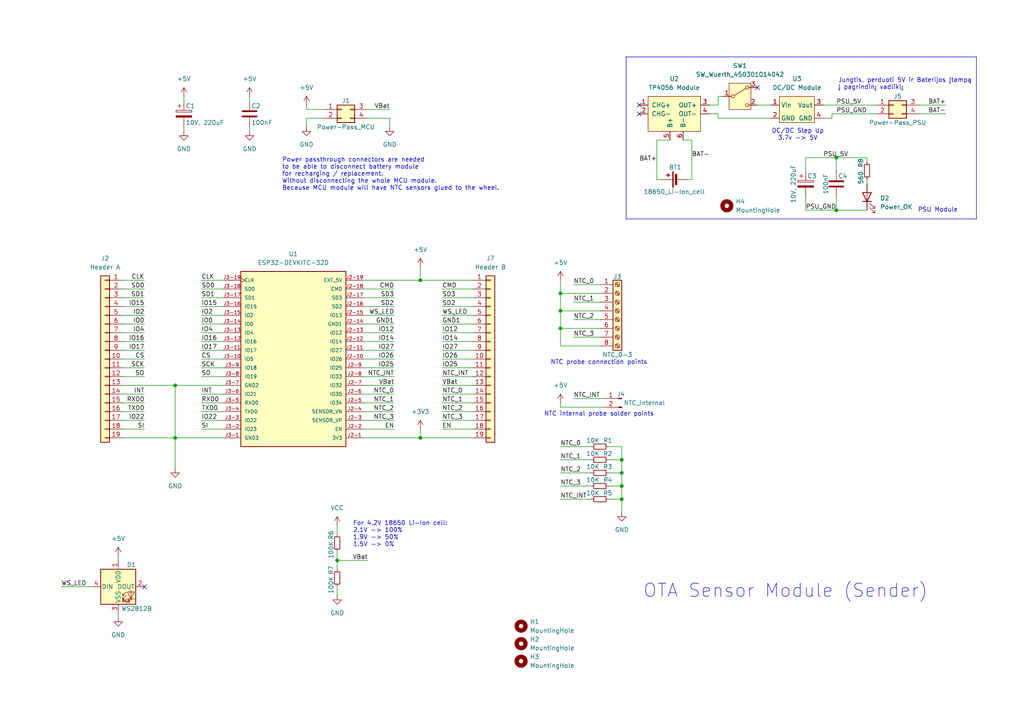
<source format=kicad_sch>
(kicad_sch (version 20231120) (generator "eeschema") (generator_version "8.0")
  (paper "A4")
  (lib_symbols
    (symbol "Connector:Conn_01x02_Pin" (pin_names (offset 1.016) hide)
      (property "Reference" "J" (at 0 2.54 0))
      (property "Value" "Conn_01x02_Pin" (at 0 -5.08 0))
      (symbol "Conn_01x02_Pin_1_1"
        (polyline (pts (xy 1.27 -2.54) (xy 0.8636 -2.54)) (stroke (width 0.1524)))
        (polyline (pts (xy 1.27 0) (xy 0.8636 0)) (stroke (width 0.1524)))
        (rectangle (start 0.8636 -2.413) (end 0 -2.667) (stroke (width 0.1524)) (fill (type outline)))
        (rectangle (start 0.8636 0.127) (end 0 -0.127) (stroke (width 0.1524)) (fill (type outline)))
        (pin passive line (at 5.08 0 180) (length 3.81) (name "Pin_1") (number "1"))
        (pin passive line (at 5.08 -2.54 180) (length 3.81) (name "Pin_2") (number "2"))
      )
    )
    (symbol "Connector:Screw_Terminal_01x08" (pin_names (offset 1.016) hide)
      (property "Reference" "J" (at 0 10.16 0))
      (property "Value" "Screw_Terminal_01x08" (at 0 -12.7 0))
      (symbol "Screw_Terminal_01x08_1_1"
        (rectangle (start -1.27 8.89) (end 1.27 -11.43) (stroke (width 0.254)) (fill (type background)))
        (circle (center 0 -10.16) (radius 0.635) (stroke (width 0.1524)))
        (circle (center 0 -7.62) (radius 0.635) (stroke (width 0.1524)))
        (circle (center 0 -5.08) (radius 0.635) (stroke (width 0.1524)))
        (circle (center 0 -2.54) (radius 0.635) (stroke (width 0.1524)))
        (polyline (pts (xy -0.5334 -9.8298) (xy 0.3302 -10.668)) (stroke (width 0.1524)))
        (polyline (pts (xy -0.5334 -7.2898) (xy 0.3302 -8.128)) (stroke (width 0.1524)))
        (polyline (pts (xy -0.5334 -4.7498) (xy 0.3302 -5.588)) (stroke (width 0.1524)))
        (polyline (pts (xy -0.5334 -2.2098) (xy 0.3302 -3.048)) (stroke (width 0.1524)))
        (polyline (pts (xy -0.5334 0.3302) (xy 0.3302 -0.508)) (stroke (width 0.1524)))
        (polyline (pts (xy -0.5334 2.8702) (xy 0.3302 2.032)) (stroke (width 0.1524)))
        (polyline (pts (xy -0.5334 5.4102) (xy 0.3302 4.572)) (stroke (width 0.1524)))
        (polyline (pts (xy -0.5334 7.9502) (xy 0.3302 7.112)) (stroke (width 0.1524)))
        (polyline (pts (xy -0.3556 -9.652) (xy 0.508 -10.4902)) (stroke (width 0.1524)))
        (polyline (pts (xy -0.3556 -7.112) (xy 0.508 -7.9502)) (stroke (width 0.1524)))
        (polyline (pts (xy -0.3556 -4.572) (xy 0.508 -5.4102)) (stroke (width 0.1524)))
        (polyline (pts (xy -0.3556 -2.032) (xy 0.508 -2.8702)) (stroke (width 0.1524)))
        (polyline (pts (xy -0.3556 0.508) (xy 0.508 -0.3302)) (stroke (width 0.1524)))
        (polyline (pts (xy -0.3556 3.048) (xy 0.508 2.2098)) (stroke (width 0.1524)))
        (polyline (pts (xy -0.3556 5.588) (xy 0.508 4.7498)) (stroke (width 0.1524)))
        (polyline (pts (xy -0.3556 8.128) (xy 0.508 7.2898)) (stroke (width 0.1524)))
        (circle (center 0 0) (radius 0.635) (stroke (width 0.1524)))
        (circle (center 0 2.54) (radius 0.635) (stroke (width 0.1524)))
        (circle (center 0 5.08) (radius 0.635) (stroke (width 0.1524)))
        (circle (center 0 7.62) (radius 0.635) (stroke (width 0.1524)))
        (pin passive line (at -5.08 7.62 0) (length 3.81) (name "Pin_1") (number "1"))
        (pin passive line (at -5.08 5.08 0) (length 3.81) (name "Pin_2") (number "2"))
        (pin passive line (at -5.08 2.54 0) (length 3.81) (name "Pin_3") (number "3"))
        (pin passive line (at -5.08 0 0) (length 3.81) (name "Pin_4") (number "4"))
        (pin passive line (at -5.08 -2.54 0) (length 3.81) (name "Pin_5") (number "5"))
        (pin passive line (at -5.08 -5.08 0) (length 3.81) (name "Pin_6") (number "6"))
        (pin passive line (at -5.08 -7.62 0) (length 3.81) (name "Pin_7") (number "7"))
        (pin passive line (at -5.08 -10.16 0) (length 3.81) (name "Pin_8") (number "8"))
      )
    )
    (symbol "Connector_Generic:Conn_01x19" (pin_names (offset 1.016) hide)
      (property "Reference" "J" (at 0 25.4 0))
      (property "Value" "Conn_01x19" (at 0 -25.4 0))
      (symbol "Conn_01x19_1_1"
        (rectangle (start -1.27 -22.733) (end 0 -22.987) (stroke (width 0.1524)))
        (rectangle (start -1.27 -20.193) (end 0 -20.447) (stroke (width 0.1524)))
        (rectangle (start -1.27 -17.653) (end 0 -17.907) (stroke (width 0.1524)))
        (rectangle (start -1.27 -15.113) (end 0 -15.367) (stroke (width 0.1524)))
        (rectangle (start -1.27 -12.573) (end 0 -12.827) (stroke (width 0.1524)))
        (rectangle (start -1.27 -10.033) (end 0 -10.287) (stroke (width 0.1524)))
        (rectangle (start -1.27 -7.493) (end 0 -7.747) (stroke (width 0.1524)))
        (rectangle (start -1.27 -4.953) (end 0 -5.207) (stroke (width 0.1524)))
        (rectangle (start -1.27 -2.413) (end 0 -2.667) (stroke (width 0.1524)))
        (rectangle (start -1.27 0.127) (end 0 -0.127) (stroke (width 0.1524)))
        (rectangle (start -1.27 2.667) (end 0 2.413) (stroke (width 0.1524)))
        (rectangle (start -1.27 5.207) (end 0 4.953) (stroke (width 0.1524)))
        (rectangle (start -1.27 7.747) (end 0 7.493) (stroke (width 0.1524)))
        (rectangle (start -1.27 10.287) (end 0 10.033) (stroke (width 0.1524)))
        (rectangle (start -1.27 12.827) (end 0 12.573) (stroke (width 0.1524)))
        (rectangle (start -1.27 15.367) (end 0 15.113) (stroke (width 0.1524)))
        (rectangle (start -1.27 17.907) (end 0 17.653) (stroke (width 0.1524)))
        (rectangle (start -1.27 20.447) (end 0 20.193) (stroke (width 0.1524)))
        (rectangle (start -1.27 22.987) (end 0 22.733) (stroke (width 0.1524)))
        (rectangle (start -1.27 24.13) (end 1.27 -24.13) (stroke (width 0.254)) (fill (type background)))
        (pin passive line (at -5.08 22.86 0) (length 3.81) (name "Pin_1") (number "1"))
        (pin passive line (at -5.08 0 0) (length 3.81) (name "Pin_10") (number "10"))
        (pin passive line (at -5.08 -2.54 0) (length 3.81) (name "Pin_11") (number "11"))
        (pin passive line (at -5.08 -5.08 0) (length 3.81) (name "Pin_12") (number "12"))
        (pin passive line (at -5.08 -7.62 0) (length 3.81) (name "Pin_13") (number "13"))
        (pin passive line (at -5.08 -10.16 0) (length 3.81) (name "Pin_14") (number "14"))
        (pin passive line (at -5.08 -12.7 0) (length 3.81) (name "Pin_15") (number "15"))
        (pin passive line (at -5.08 -15.24 0) (length 3.81) (name "Pin_16") (number "16"))
        (pin passive line (at -5.08 -17.78 0) (length 3.81) (name "Pin_17") (number "17"))
        (pin passive line (at -5.08 -20.32 0) (length 3.81) (name "Pin_18") (number "18"))
        (pin passive line (at -5.08 -22.86 0) (length 3.81) (name "Pin_19") (number "19"))
        (pin passive line (at -5.08 20.32 0) (length 3.81) (name "Pin_2") (number "2"))
        (pin passive line (at -5.08 17.78 0) (length 3.81) (name "Pin_3") (number "3"))
        (pin passive line (at -5.08 15.24 0) (length 3.81) (name "Pin_4") (number "4"))
        (pin passive line (at -5.08 12.7 0) (length 3.81) (name "Pin_5") (number "5"))
        (pin passive line (at -5.08 10.16 0) (length 3.81) (name "Pin_6") (number "6"))
        (pin passive line (at -5.08 7.62 0) (length 3.81) (name "Pin_7") (number "7"))
        (pin passive line (at -5.08 5.08 0) (length 3.81) (name "Pin_8") (number "8"))
        (pin passive line (at -5.08 2.54 0) (length 3.81) (name "Pin_9") (number "9"))
      )
    )
    (symbol "Connector_Generic:Conn_02x02_Top_Bottom" (pin_names (offset 1.016) hide)
      (property "Reference" "J" (at 1.27 2.54 0))
      (property "Value" "Conn_02x02_Top_Bottom" (at 1.27 -5.08 0))
      (symbol "Conn_02x02_Top_Bottom_1_1"
        (rectangle (start -1.27 -2.413) (end 0 -2.667) (stroke (width 0.1524)))
        (rectangle (start -1.27 0.127) (end 0 -0.127) (stroke (width 0.1524)))
        (rectangle (start -1.27 1.27) (end 3.81 -3.81) (stroke (width 0.254)) (fill (type background)))
        (rectangle (start 3.81 -2.413) (end 2.54 -2.667) (stroke (width 0.1524)))
        (rectangle (start 3.81 0.127) (end 2.54 -0.127) (stroke (width 0.1524)))
        (pin passive line (at -5.08 0 0) (length 3.81) (name "Pin_1") (number "1"))
        (pin passive line (at -5.08 -2.54 0) (length 3.81) (name "Pin_2") (number "2"))
        (pin passive line (at 7.62 0 180) (length 3.81) (name "Pin_3") (number "3"))
        (pin passive line (at 7.62 -2.54 180) (length 3.81) (name "Pin_4") (number "4"))
      )
    )
    (symbol "Device:Battery_Cell" (pin_numbers hide) (pin_names (offset 0) hide)
      (property "Reference" "BT" (at 2.54 2.54 0))
      (property "Value" "Battery_Cell" (at 2.54 0 0))
      (symbol "Battery_Cell_0_1"
        (rectangle (start -2.286 1.778) (end 2.286 1.524) (fill (type outline)))
        (rectangle (start -1.524 1.016) (end 1.524 0.508) (fill (type outline)))
        (polyline (pts (xy 0 0.762) (xy 0 0)))
        (polyline (pts (xy 0 1.778) (xy 0 2.54)))
        (polyline (pts (xy 0.762 3.048) (xy 1.778 3.048)) (stroke (width 0.254)))
        (polyline (pts (xy 1.27 3.556) (xy 1.27 2.54)) (stroke (width 0.254)))
      )
      (symbol "Battery_Cell_1_1"
        (pin passive line (at 0 5.08 270) (length 2.54) (name "+") (number "1"))
        (pin passive line (at 0 -2.54 90) (length 2.54) (name "-") (number "2"))
      )
    )
    (symbol "Device:C" (pin_numbers hide) (pin_names (offset 0.254))
      (property "Reference" "C" (at 0.635 2.54 0))
      (property "Value" "C" (at 0.635 -2.54 0))
      (symbol "C_0_1"
        (polyline (pts (xy -2.032 -0.762) (xy 2.032 -0.762)) (stroke (width 0.508)))
        (polyline (pts (xy -2.032 0.762) (xy 2.032 0.762)) (stroke (width 0.508)))
      )
      (symbol "C_1_1"
        (pin passive line (at 0 3.81 270) (length 2.794) (name "~") (number "1"))
        (pin passive line (at 0 -3.81 90) (length 2.794) (name "~") (number "2"))
      )
    )
    (symbol "Device:C_Polarized" (pin_numbers hide) (pin_names (offset 0.254))
      (property "Reference" "C" (at 0.635 2.54 0))
      (property "Value" "C_Polarized" (at 0.635 -2.54 0))
      (symbol "C_Polarized_0_1"
        (rectangle (start -2.286 0.508) (end 2.286 1.016))
        (polyline (pts (xy -1.778 2.286) (xy -0.762 2.286)))
        (polyline (pts (xy -1.27 2.794) (xy -1.27 1.778)))
        (rectangle (start 2.286 -0.508) (end -2.286 -1.016) (fill (type outline)))
      )
      (symbol "C_Polarized_1_1"
        (pin passive line (at 0 3.81 270) (length 2.794) (name "~") (number "1"))
        (pin passive line (at 0 -3.81 90) (length 2.794) (name "~") (number "2"))
      )
    )
    (symbol "Device:LED" (pin_numbers hide) (pin_names (offset 1.016) hide)
      (property "Reference" "D" (at 0 2.54 0))
      (property "Value" "LED" (at 0 -2.54 0))
      (symbol "LED_0_1"
        (polyline (pts (xy -1.27 -1.27) (xy -1.27 1.27)) (stroke (width 0.254)))
        (polyline (pts (xy -1.27 0) (xy 1.27 0)))
        (polyline (pts (xy 1.27 -1.27) (xy 1.27 1.27) (xy -1.27 0) (xy 1.27 -1.27)) (stroke (width 0.254)))
        (polyline (pts (xy -3.048 -0.762) (xy -4.572 -2.286) (xy -3.81 -2.286) (xy -4.572 -2.286) (xy -4.572 -1.524)))
        (polyline (pts (xy -1.778 -0.762) (xy -3.302 -2.286) (xy -2.54 -2.286) (xy -3.302 -2.286) (xy -3.302 -1.524)))
      )
      (symbol "LED_1_1"
        (pin passive line (at -3.81 0 0) (length 2.54) (name "K") (number "1"))
        (pin passive line (at 3.81 0 180) (length 2.54) (name "A") (number "2"))
      )
    )
    (symbol "Device:R_Small" (pin_numbers hide) (pin_names (offset 0.254) hide)
      (property "Reference" "R" (at 0.762 0.508 0))
      (property "Value" "R_Small" (at 0.762 -1.016 0))
      (symbol "R_Small_0_1"
        (rectangle (start -0.762 1.778) (end 0.762 -1.778) (stroke (width 0.2032)))
      )
      (symbol "R_Small_1_1"
        (pin passive line (at 0 2.54 270) (length 0.762) (name "~") (number "1"))
        (pin passive line (at 0 -2.54 90) (length 0.762) (name "~") (number "2"))
      )
    )
    (symbol "LED:WS2812B" (pin_names (offset 0.254))
      (property "Reference" "D" (at 5.08 5.715 0))
      (property "Value" "WS2812B" (at 1.27 -5.715 0))
      (symbol "WS2812B_0_0"
        (text "RGB" (at 2.286 -4.191 0) (effects (font (size 0.762 0.762))))
      )
      (symbol "WS2812B_0_1"
        (polyline (pts (xy 1.27 -3.556) (xy 1.778 -3.556)))
        (polyline (pts (xy 1.27 -2.54) (xy 1.778 -2.54)))
        (polyline (pts (xy 4.699 -3.556) (xy 2.667 -3.556)))
        (polyline (pts (xy 2.286 -2.54) (xy 1.27 -3.556) (xy 1.27 -3.048)))
        (polyline (pts (xy 2.286 -1.524) (xy 1.27 -2.54) (xy 1.27 -2.032)))
        (polyline (pts (xy 3.683 -1.016) (xy 3.683 -3.556) (xy 3.683 -4.064)))
        (polyline (pts (xy 4.699 -1.524) (xy 2.667 -1.524) (xy 3.683 -3.556) (xy 4.699 -1.524)))
        (rectangle (start 5.08 5.08) (end -5.08 -5.08) (stroke (width 0.254)) (fill (type background)))
      )
      (symbol "WS2812B_1_1"
        (pin power_in line (at 0 7.62 270) (length 2.54) (name "VDD") (number "1"))
        (pin output line (at 7.62 0 180) (length 2.54) (name "DOUT") (number "2"))
        (pin power_in line (at 0 -7.62 90) (length 2.54) (name "VSS") (number "3"))
        (pin input line (at -7.62 0 0) (length 2.54) (name "DIN") (number "4"))
      )
    )
    (symbol "Mechanical:MountingHole" (pin_names (offset 1.016))
      (property "Reference" "H" (at 0 5.08 0))
      (property "Value" "MountingHole" (at 0 3.175 0))
      (symbol "MountingHole_0_1"
        (circle (center 0 0) (radius 1.27) (stroke (width 1.27)))
      )
    )
    (symbol "Switch:SW_Wuerth_450301014042" (pin_names (offset 1) hide)
      (property "Reference" "SW" (at 0 5.08 0))
      (property "Value" "SW_Wuerth_450301014042" (at 0 -5.08 0))
      (symbol "SW_Wuerth_450301014042_0_1"
        (circle (center -2.032 0) (radius 0.4572))
        (polyline (pts (xy -1.651 0.254) (xy 1.651 2.286)))
        (circle (center 2.032 -2.54) (radius 0.4572))
        (circle (center 2.032 2.54) (radius 0.4572))
      )
      (symbol "SW_Wuerth_450301014042_1_1"
        (rectangle (start -3.175 3.81) (end 3.175 -3.81) (fill (type background)))
        (pin passive line (at -5.08 0 0) (length 2.54) (name "B") (number "1"))
        (pin passive line (at 5.08 -2.54 180) (length 2.54) (name "C") (number "2"))
        (pin passive line (at 5.08 2.54 180) (length 2.54) (name "A") (number "3"))
      )
    )
    (symbol "local_lib:DC-StepUp"
      (property "Reference" "U" (at 1.016 4.826 0))
      (property "Value" "3.3V->5V" (at 0 0 0))
      (symbol "DC-StepUp_1_1"
        (rectangle (start -5.08 3.81) (end 5.08 -3.81) (fill (type background)))
        (pin power_in line (at -7.62 1.27 0) (length 2.54) (name "Vin") (number "1"))
        (pin power_in line (at -7.62 -2.54 0) (length 2.54) (name "GND") (number "2"))
        (pin power_out line (at 7.62 1.27 180) (length 2.54) (name "Vout") (number "3"))
        (pin power_out line (at 7.62 -2.54 180) (length 2.54) (name "GND") (number "4"))
      )
    )
    (symbol "local_lib:ESP32-DEVKITC-32D" (pin_names (offset 1.016))
      (property "Reference" "U" (at -15.2572 26.0643 0))
      (property "Value" "ESP32-DEVKITC-32D" (at -15.2563 -27.9698 0))
      (symbol "ESP32-DEVKITC-32D_0_0"
        (rectangle (start -15.24 -25.4) (end 15.24 25.4) (stroke (width 0.254)) (fill (type background)))
        (pin power_in line (at -20.32 22.86 0) (length 5.08) (name "3V3") (number "J2-1"))
        (pin bidirectional line (at -20.32 0 0) (length 5.08) (name "IO26") (number "J2-10"))
        (pin bidirectional line (at -20.32 -2.54 0) (length 5.08) (name "IO27") (number "J2-11"))
        (pin bidirectional line (at -20.32 -5.08 0) (length 5.08) (name "IO14") (number "J2-12"))
        (pin bidirectional line (at -20.32 -7.62 0) (length 5.08) (name "IO12") (number "J2-13"))
        (pin power_in line (at -20.32 -10.16 0) (length 5.08) (name "GND1") (number "J2-14"))
        (pin bidirectional line (at -20.32 -12.7 0) (length 5.08) (name "IO13") (number "J2-15"))
        (pin bidirectional line (at -20.32 -15.24 0) (length 5.08) (name "SD2") (number "J2-16"))
        (pin bidirectional line (at -20.32 -17.78 0) (length 5.08) (name "SD3") (number "J2-17"))
        (pin bidirectional line (at -20.32 -20.32 0) (length 5.08) (name "CMD") (number "J2-18"))
        (pin power_in line (at -20.32 -22.86 0) (length 5.08) (name "EXT_5V") (number "J2-19"))
        (pin input line (at -20.32 20.32 0) (length 5.08) (name "EN") (number "J2-2"))
        (pin input line (at -20.32 17.78 0) (length 5.08) (name "SENSOR_VP") (number "J2-3"))
        (pin input line (at -20.32 15.24 0) (length 5.08) (name "SENSOR_VN") (number "J2-4"))
        (pin bidirectional line (at -20.32 12.7 0) (length 5.08) (name "IO34") (number "J2-5"))
        (pin bidirectional line (at -20.32 10.16 0) (length 5.08) (name "IO35") (number "J2-6"))
        (pin bidirectional line (at -20.32 7.62 0) (length 5.08) (name "IO32") (number "J2-7"))
        (pin bidirectional line (at -20.32 5.08 0) (length 5.08) (name "IO33") (number "J2-8"))
        (pin bidirectional line (at -20.32 2.54 0) (length 5.08) (name "IO25") (number "J2-9"))
        (pin power_in line (at 20.32 22.86 180) (length 5.08) (name "GND3") (number "J3-1"))
        (pin bidirectional line (at 20.32 0 180) (length 5.08) (name "IO5") (number "J3-10"))
        (pin bidirectional line (at 20.32 -2.54 180) (length 5.08) (name "IO17") (number "J3-11"))
        (pin bidirectional line (at 20.32 -5.08 180) (length 5.08) (name "IO16") (number "J3-12"))
        (pin bidirectional line (at 20.32 -7.62 180) (length 5.08) (name "IO4") (number "J3-13"))
        (pin bidirectional line (at 20.32 -10.16 180) (length 5.08) (name "IO0") (number "J3-14"))
        (pin bidirectional line (at 20.32 -12.7 180) (length 5.08) (name "IO2") (number "J3-15"))
        (pin bidirectional line (at 20.32 -15.24 180) (length 5.08) (name "IO15") (number "J3-16"))
        (pin bidirectional line (at 20.32 -17.78 180) (length 5.08) (name "SD1") (number "J3-17"))
        (pin bidirectional line (at 20.32 -20.32 180) (length 5.08) (name "SD0") (number "J3-18"))
        (pin input clock (at 20.32 -22.86 180) (length 5.08) (name "CLK") (number "J3-19"))
        (pin bidirectional line (at 20.32 20.32 180) (length 5.08) (name "IO23") (number "J3-2"))
        (pin bidirectional line (at 20.32 17.78 180) (length 5.08) (name "IO22") (number "J3-3"))
        (pin output line (at 20.32 15.24 180) (length 5.08) (name "TXD0") (number "J3-4"))
        (pin input line (at 20.32 12.7 180) (length 5.08) (name "RXD0") (number "J3-5"))
        (pin bidirectional line (at 20.32 10.16 180) (length 5.08) (name "IO21") (number "J3-6"))
        (pin power_in line (at 20.32 7.62 180) (length 5.08) (name "GND2") (number "J3-7"))
        (pin bidirectional line (at 20.32 5.08 180) (length 5.08) (name "IO19") (number "J3-8"))
        (pin bidirectional line (at 20.32 2.54 180) (length 5.08) (name "IO18") (number "J3-9"))
      )
    )
    (symbol "local_lib:TP4056" (pin_names (offset 1.016))
      (property "Reference" "U" (at -6.35 0 0))
      (property "Value" "TP4056" (at 3.81 0 0))
      (symbol "TP4056_0_1"
        (rectangle (start -7.62 -1.27) (end 7.62 -11.43) (fill (type background)))
      )
      (symbol "TP4056_1_1"
        (pin power_in line (at -10.16 -3.81 0) (length 2.54) (name "CHG+") (number "1"))
        (pin power_in line (at -10.16 -6.35 0) (length 2.54) (name "CHG-") (number "2"))
        (pin power_out line (at 10.16 -3.81 180) (length 2.54) (name "OUT+") (number "3"))
        (pin power_out line (at 10.16 -6.35 180) (length 2.54) (name "OUT-") (number "4"))
        (pin power_in line (at -1.27 -13.97 90) (length 2.54) (name "B+") (number "5"))
        (pin power_in line (at 2.54 -13.97 90) (length 2.54) (name "B-") (number "6"))
      )
    )
    (symbol "power:+3V3" (power) (pin_numbers hide) (pin_names (offset 0) hide)
      (property "Value" "+3V3" (at 0 3.556 0))
      (symbol "+3V3_0_1"
        (polyline (pts (xy -0.762 1.27) (xy 0 2.54)))
        (polyline (pts (xy 0 0) (xy 0 2.54)))
        (polyline (pts (xy 0 2.54) (xy 0.762 1.27)))
      )
      (symbol "+3V3_1_1"
        (pin power_in line (at 0 0 90) (length 0) (name "~") (number "1"))
      )
    )
    (symbol "power:+5V" (power) (pin_numbers hide) (pin_names (offset 0) hide)
      (property "Value" "+5V" (at 0 3.556 0))
      (symbol "+5V_0_1"
        (polyline (pts (xy -0.762 1.27) (xy 0 2.54)))
        (polyline (pts (xy 0 0) (xy 0 2.54)))
        (polyline (pts (xy 0 2.54) (xy 0.762 1.27)))
      )
      (symbol "+5V_1_1"
        (pin power_in line (at 0 0 90) (length 0) (name "~") (number "1"))
      )
    )
    (symbol "power:GND" (power) (pin_numbers hide) (pin_names (offset 0) hide)
      (property "Value" "GND" (at 0 -3.81 0))
      (symbol "GND_0_1"
        (polyline (pts (xy 0 0) (xy 0 -1.27) (xy 1.27 -1.27) (xy 0 -2.54) (xy -1.27 -1.27) (xy 0 -1.27)))
      )
      (symbol "GND_1_1"
        (pin power_in line (at 0 0 270) (length 0) (name "~") (number "1"))
      )
    )
    (symbol "power:VCC" (power) (pin_numbers hide) (pin_names (offset 0) hide)
      (property "Value" "VCC" (at 0 3.556 0))
      (symbol "VCC_0_1"
        (polyline (pts (xy -0.762 1.27) (xy 0 2.54)))
        (polyline (pts (xy 0 0) (xy 0 2.54)))
        (polyline (pts (xy 0 2.54) (xy 0.762 1.27)))
      )
      (symbol "VCC_1_1"
        (pin power_in line (at 0 0 90) (length 0) (name "~") (number "1"))
      )
    )
  )
  (junction (at 242.57 45.72))
  (junction (at 50.8 111.76))
  (junction (at 50.8 127))
  (junction (at 97.79 162.56))
  (junction (at 180.34 133.35))
  (junction (at 180.34 144.78))
  (junction (at 162.56 85.09))
  (junction (at 242.57 60.96))
  (junction (at 162.56 95.25))
  (junction (at 180.34 137.16))
  (junction (at 162.56 90.17))
  (junction (at 121.92 81.28))
  (junction (at 180.34 140.97))
  (junction (at 121.92 127))
  (no_connect (at 219.71 25.4))
  (no_connect (at 185.42 30.48))
  (no_connect (at 185.42 33.02))
  (no_connect (at 41.91 170.18))
  (wire (pts (xy 50.8 111.76) (xy 50.8 127)))
  (wire (pts (xy 173.99 95.25) (xy 162.56 95.25)))
  (wire (pts (xy 208.28 33.02) (xy 208.28 34.29)))
  (wire (pts (xy 105.41 86.36) (xy 114.3 86.36)))
  (wire (pts (xy 180.34 129.54) (xy 180.34 133.35)))
  (wire (pts (xy 242.57 60.96) (xy 251.46 60.96)))
  (wire (pts (xy 180.34 144.78) (xy 176.53 144.78)))
  (wire (pts (xy 105.41 99.06) (xy 114.3 99.06)))
  (wire (pts (xy 166.37 115.57) (xy 175.26 115.57)))
  (wire (pts (xy 64.77 121.92) (xy 58.42 121.92)))
  (wire (pts (xy 137.16 96.52) (xy 128.27 96.52)))
  (wire (pts (xy 242.57 57.15) (xy 242.57 60.96)))
  (wire (pts (xy 251.46 52.07) (xy 251.46 53.34)))
  (wire (pts (xy 162.56 95.25) (xy 162.56 90.17)))
  (wire (pts (xy 35.56 111.76) (xy 50.8 111.76)))
  (wire (pts (xy 35.56 99.06) (xy 41.91 99.06)))
  (wire (pts (xy 105.41 121.92) (xy 114.3 121.92)))
  (wire (pts (xy 93.98 34.29) (xy 88.9 34.29)))
  (wire (pts (xy 199.39 52.07) (xy 200.66 52.07)))
  (wire (pts (xy 72.39 27.94) (xy 72.39 29.21)))
  (wire (pts (xy 137.16 101.6) (xy 128.27 101.6)))
  (wire (pts (xy 162.56 144.78) (xy 171.45 144.78)))
  (wire (pts (xy 190.5 40.64) (xy 194.31 40.64)))
  (wire (pts (xy 162.56 100.33) (xy 162.56 95.25)))
  (wire (pts (xy 173.99 90.17) (xy 162.56 90.17)))
  (wire (pts (xy 208.28 34.29) (xy 223.52 34.29)))
  (wire (pts (xy 162.56 118.11) (xy 175.26 118.11)))
  (wire (pts (xy 35.56 86.36) (xy 41.91 86.36)))
  (wire (pts (xy 180.34 144.78) (xy 180.34 148.59)))
  (wire (pts (xy 209.55 27.94) (xy 208.28 27.94)))
  (wire (pts (xy 219.71 30.48) (xy 223.52 30.48)))
  (wire (pts (xy 251.46 45.72) (xy 242.57 45.72)))
  (wire (pts (xy 105.41 88.9) (xy 114.3 88.9)))
  (wire (pts (xy 58.42 104.14) (xy 64.77 104.14)))
  (wire (pts (xy 180.34 137.16) (xy 176.53 137.16)))
  (wire (pts (xy 105.41 81.28) (xy 121.92 81.28)))
  (wire (pts (xy 166.37 87.63) (xy 173.99 87.63)))
  (wire (pts (xy 97.79 162.56) (xy 97.79 165.1)))
  (wire (pts (xy 64.77 83.82) (xy 58.42 83.82)))
  (wire (pts (xy 35.56 121.92) (xy 41.91 121.92)))
  (wire (pts (xy 58.42 109.22) (xy 64.77 109.22)))
  (wire (pts (xy 58.42 106.68) (xy 64.77 106.68)))
  (wire (pts (xy 121.92 127) (xy 137.16 127)))
  (wire (pts (xy 137.16 109.22) (xy 128.27 109.22)))
  (wire (pts (xy 35.56 88.9) (xy 41.91 88.9)))
  (wire (pts (xy 64.77 81.28) (xy 58.42 81.28)))
  (wire (pts (xy 180.34 140.97) (xy 176.53 140.97)))
  (wire (pts (xy 35.56 81.28) (xy 41.91 81.28)))
  (wire (pts (xy 137.16 88.9) (xy 128.27 88.9)))
  (wire (pts (xy 137.16 86.36) (xy 128.27 86.36)))
  (wire (pts (xy 105.41 124.46) (xy 114.3 124.46)))
  (polyline (pts (xy 181.61 63.5) (xy 283.21 63.5)))
  (wire (pts (xy 35.56 127) (xy 50.8 127)))
  (wire (pts (xy 251.46 46.99) (xy 251.46 45.72)))
  (wire (pts (xy 105.41 111.76) (xy 114.3 111.76)))
  (wire (pts (xy 93.98 31.75) (xy 88.9 31.75)))
  (wire (pts (xy 166.37 92.71) (xy 173.99 92.71)))
  (wire (pts (xy 88.9 31.75) (xy 88.9 30.48)))
  (wire (pts (xy 173.99 100.33) (xy 162.56 100.33)))
  (wire (pts (xy 64.77 116.84) (xy 58.42 116.84)))
  (wire (pts (xy 35.56 91.44) (xy 41.91 91.44)))
  (wire (pts (xy 35.56 83.82) (xy 41.91 83.82)))
  (wire (pts (xy 64.77 93.98) (xy 58.42 93.98)))
  (wire (pts (xy 266.7 33.02) (xy 274.32 33.02)))
  (wire (pts (xy 53.34 27.94) (xy 53.34 29.21)))
  (wire (pts (xy 105.41 101.6) (xy 114.3 101.6)))
  (wire (pts (xy 97.79 160.02) (xy 97.79 162.56)))
  (wire (pts (xy 50.8 127) (xy 64.77 127)))
  (wire (pts (xy 97.79 170.18) (xy 97.79 172.72)))
  (wire (pts (xy 241.3 34.29) (xy 241.3 33.02)))
  (wire (pts (xy 64.77 99.06) (xy 58.42 99.06)))
  (wire (pts (xy 266.7 30.48) (xy 274.32 30.48)))
  (wire (pts (xy 162.56 90.17) (xy 162.56 85.09)))
  (wire (pts (xy 35.56 116.84) (xy 41.91 116.84)))
  (wire (pts (xy 121.92 81.28) (xy 137.16 81.28)))
  (wire (pts (xy 105.41 127) (xy 121.92 127)))
  (wire (pts (xy 17.78 170.18) (xy 26.67 170.18)))
  (wire (pts (xy 105.41 83.82) (xy 114.3 83.82)))
  (polyline (pts (xy 283.21 63.5) (xy 283.21 16.51)))
  (wire (pts (xy 208.28 30.48) (xy 205.74 30.48)))
  (wire (pts (xy 64.77 86.36) (xy 58.42 86.36)))
  (wire (pts (xy 162.56 129.54) (xy 171.45 129.54)))
  (wire (pts (xy 34.29 161.29) (xy 34.29 162.56)))
  (wire (pts (xy 35.56 93.98) (xy 41.91 93.98)))
  (wire (pts (xy 121.92 124.46) (xy 121.92 127)))
  (wire (pts (xy 180.34 129.54) (xy 176.53 129.54)))
  (wire (pts (xy 113.03 34.29) (xy 106.68 34.29)))
  (wire (pts (xy 200.66 52.07) (xy 200.66 40.64)))
  (wire (pts (xy 137.16 114.3) (xy 128.27 114.3)))
  (wire (pts (xy 58.42 114.3) (xy 64.77 114.3)))
  (wire (pts (xy 35.56 119.38) (xy 41.91 119.38)))
  (wire (pts (xy 105.41 104.14) (xy 114.3 104.14)))
  (wire (pts (xy 238.76 30.48) (xy 254 30.48)))
  (wire (pts (xy 58.42 124.46) (xy 64.77 124.46)))
  (wire (pts (xy 137.16 121.92) (xy 128.27 121.92)))
  (wire (pts (xy 166.37 82.55) (xy 173.99 82.55)))
  (wire (pts (xy 137.16 104.14) (xy 128.27 104.14)))
  (wire (pts (xy 121.92 77.47) (xy 121.92 81.28)))
  (wire (pts (xy 137.16 106.68) (xy 128.27 106.68)))
  (wire (pts (xy 242.57 45.72) (xy 233.68 45.72)))
  (wire (pts (xy 35.56 101.6) (xy 41.91 101.6)))
  (wire (pts (xy 64.77 91.44) (xy 58.42 91.44)))
  (wire (pts (xy 72.39 36.83) (xy 72.39 38.1)))
  (wire (pts (xy 137.16 119.38) (xy 128.27 119.38)))
  (wire (pts (xy 242.57 60.96) (xy 233.68 60.96)))
  (wire (pts (xy 233.68 57.15) (xy 233.68 60.96)))
  (wire (pts (xy 137.16 91.44) (xy 128.27 91.44)))
  (wire (pts (xy 162.56 85.09) (xy 162.56 81.28)))
  (wire (pts (xy 113.03 36.83) (xy 113.03 34.29)))
  (wire (pts (xy 137.16 116.84) (xy 128.27 116.84)))
  (wire (pts (xy 241.3 33.02) (xy 254 33.02)))
  (wire (pts (xy 137.16 99.06) (xy 128.27 99.06)))
  (wire (pts (xy 137.16 124.46) (xy 128.27 124.46)))
  (wire (pts (xy 191.77 52.07) (xy 190.5 52.07)))
  (wire (pts (xy 190.5 52.07) (xy 190.5 40.64)))
  (wire (pts (xy 105.41 119.38) (xy 114.3 119.38)))
  (wire (pts (xy 64.77 96.52) (xy 58.42 96.52)))
  (wire (pts (xy 166.37 97.79) (xy 173.99 97.79)))
  (wire (pts (xy 53.34 36.83) (xy 53.34 38.1)))
  (wire (pts (xy 162.56 133.35) (xy 171.45 133.35)))
  (wire (pts (xy 180.34 133.35) (xy 176.53 133.35)))
  (wire (pts (xy 137.16 93.98) (xy 128.27 93.98)))
  (wire (pts (xy 50.8 111.76) (xy 64.77 111.76)))
  (wire (pts (xy 180.34 137.16) (xy 180.34 140.97)))
  (wire (pts (xy 88.9 34.29) (xy 88.9 36.83)))
  (wire (pts (xy 200.66 40.64) (xy 198.12 40.64)))
  (wire (pts (xy 64.77 101.6) (xy 58.42 101.6)))
  (wire (pts (xy 34.29 177.8) (xy 34.29 179.07)))
  (wire (pts (xy 50.8 127) (xy 50.8 135.89)))
  (wire (pts (xy 41.91 104.14) (xy 35.56 104.14)))
  (wire (pts (xy 97.79 152.4) (xy 97.79 154.94)))
  (polyline (pts (xy 181.61 16.51) (xy 283.21 16.51)))
  (wire (pts (xy 208.28 27.94) (xy 208.28 30.48)))
  (wire (pts (xy 64.77 119.38) (xy 58.42 119.38)))
  (wire (pts (xy 162.56 116.84) (xy 162.56 118.11)))
  (wire (pts (xy 64.77 88.9) (xy 58.42 88.9)))
  (wire (pts (xy 137.16 83.82) (xy 128.27 83.82)))
  (wire (pts (xy 105.41 93.98) (xy 114.3 93.98)))
  (polyline (pts (xy 181.61 16.51) (xy 181.61 63.5)))
  (wire (pts (xy 105.41 106.68) (xy 114.3 106.68)))
  (wire (pts (xy 35.56 124.46) (xy 41.91 124.46)))
  (wire (pts (xy 162.56 140.97) (xy 171.45 140.97)))
  (wire (pts (xy 205.74 33.02) (xy 208.28 33.02)))
  (wire (pts (xy 35.56 96.52) (xy 41.91 96.52)))
  (wire (pts (xy 105.41 116.84) (xy 114.3 116.84)))
  (wire (pts (xy 233.68 45.72) (xy 233.68 49.53)))
  (wire (pts (xy 180.34 144.78) (xy 180.34 140.97)))
  (wire (pts (xy 105.41 109.22) (xy 114.3 109.22)))
  (wire (pts (xy 137.16 111.76) (xy 128.27 111.76)))
  (wire (pts (xy 105.41 96.52) (xy 114.3 96.52)))
  (wire (pts (xy 41.91 106.68) (xy 35.56 106.68)))
  (wire (pts (xy 162.56 137.16) (xy 171.45 137.16)))
  (wire (pts (xy 41.91 114.3) (xy 35.56 114.3)))
  (wire (pts (xy 97.79 162.56) (xy 106.68 162.56)))
  (wire (pts (xy 105.41 114.3) (xy 114.3 114.3)))
  (wire (pts (xy 238.76 34.29) (xy 241.3 34.29)))
  (wire (pts (xy 173.99 85.09) (xy 162.56 85.09)))
  (wire (pts (xy 242.57 45.72) (xy 242.57 49.53)))
  (wire (pts (xy 180.34 133.35) (xy 180.34 137.16)))
  (wire (pts (xy 41.91 109.22) (xy 35.56 109.22)))
  (wire (pts (xy 105.41 91.44) (xy 114.3 91.44)))
  (wire (pts (xy 106.68 31.75) (xy 113.03 31.75)))
  (text "Jungtis, perduoti 5V ir Baterijos Įtampą\nĮ pagrindinį vadliklį" (at 243.078 24.384 0) (effects (font (size 1.27 1.27)) (justify left)))
  (text "PSU Module" (at 272.034 60.96 0) (effects (font (size 1.27 1.27))))
  (text "DC/DC Step Up\n3.7v -> 5V" (at 231.394 39.116 0) (effects (font (size 1.27 1.27))))
  (text "NTC probe connection points" (at 173.736 105.156 0) (effects (font (size 1.27 1.27))))
  (text "NTC internal probe solder points" (at 173.736 120.142 0) (effects (font (size 1.27 1.27))))
  (text "Power passthrough connectors are needed\nto be able to disconnect battery module\nfor recharging / replacement.\nWithout disconnecting the whole MCU module.\nBecause MCU module will have NTC sensors glued to the wheel." (at 81.788 50.546 0) (effects (font (size 1.27 1.27)) (justify left)))
  (text "For 4.2V 18650 Li-Ion cell:\n2.1V -> 100%\n1.9V -> 50%\n1.5V -> 0%" (at 102.362 154.94 0) (effects (font (size 1.27 1.27)) (justify left)))
  (text "OTA Sensor Module (Sender)" (at 227.838 171.45 0) (effects (font (size 3.81 3.81))))
  (label "PSU_GND" (at 233.68 60.96 0))
  (label "SD3" (at 114.3 86.36 180))
  (label "NTC_0" (at 162.56 129.54 0))
  (label "VBat" (at 113.03 31.75 180))
  (label "CMD" (at 114.3 83.82 180))
  (label "IO22" (at 41.91 121.92 180))
  (label "BAT-" (at 274.32 33.02 180))
  (label "IO22" (at 58.42 121.92 0))
  (label "NTC_INT" (at 162.56 144.78 0))
  (label "NTC_INT" (at 114.3 109.22 180))
  (label "CS" (at 58.42 104.14 0))
  (label "IO12" (at 128.27 96.52 0))
  (label "IO14" (at 114.3 99.06 180))
  (label "CS" (at 41.91 104.14 180))
  (label "SD2" (at 128.27 88.9 0))
  (label "NTC_3" (at 114.3 121.92 180))
  (label "NTC_1" (at 166.37 87.63 0))
  (label "SD1" (at 58.42 86.36 0))
  (label "SI" (at 58.42 124.46 0))
  (label "SCK" (at 41.91 106.68 180))
  (label "GND1" (at 128.27 93.98 0))
  (label "NTC_2" (at 162.56 137.16 0))
  (label "SD2" (at 114.3 88.9 180))
  (label "NTC_INT" (at 166.37 115.57 0))
  (label "IO27" (at 114.3 101.6 180))
  (label "IO15" (at 41.91 88.9 180))
  (label "BAT+" (at 190.5 46.99 180))
  (label "EN" (at 128.27 124.46 0))
  (label "CLK" (at 58.42 81.28 0))
  (label "IO0" (at 58.42 93.98 0))
  (label "NTC_0" (at 128.27 114.3 0))
  (label "BAT+" (at 274.32 30.48 180))
  (label "NTC_2" (at 128.27 119.38 0))
  (label "TXD0" (at 58.42 119.38 0))
  (label "VBat" (at 114.3 111.76 180))
  (label "RXD0" (at 58.42 116.84 0))
  (label "SO" (at 41.91 109.22 180))
  (label "IO26" (at 128.27 104.14 0))
  (label "IO0" (at 41.91 93.98 180))
  (label "IO25" (at 128.27 106.68 0))
  (label "IO17" (at 58.42 101.6 0))
  (label "WS_LED" (at 128.27 91.44 0))
  (label "SD3" (at 128.27 86.36 0))
  (label "PSU_5V" (at 238.76 45.72 0))
  (label "NTC_0" (at 114.3 114.3 180))
  (label "INT" (at 58.42 114.3 0))
  (label "CMD" (at 128.27 83.82 0))
  (label "IO12" (at 114.3 96.52 180))
  (label "NTC_1" (at 162.56 133.35 0))
  (label "GND1" (at 114.3 93.98 180))
  (label "SI" (at 41.91 124.46 180))
  (label "NTC_1" (at 128.27 116.84 0))
  (label "SO" (at 58.42 109.22 0))
  (label "IO4" (at 58.42 96.52 0))
  (label "SD1" (at 41.91 86.36 180))
  (label "IO16" (at 58.42 99.06 0))
  (label "SCK" (at 58.42 106.68 0))
  (label "IO2" (at 58.42 91.44 0))
  (label "WS_LED" (at 114.3 91.44 180))
  (label "IO4" (at 41.91 96.52 180))
  (label "NTC_2" (at 166.37 92.71 0))
  (label "NTC_3" (at 128.27 121.92 0))
  (label "NTC_0" (at 166.37 82.55 0))
  (label "CLK" (at 41.91 81.28 180))
  (label "WS_LED" (at 17.78 170.18 0))
  (label "INT" (at 41.91 114.3 180))
  (label "IO26" (at 114.3 104.14 180))
  (label "RXD0" (at 41.91 116.84 180))
  (label "NTC_1" (at 114.3 116.84 180))
  (label "NTC_3" (at 162.56 140.97 0))
  (label "NTC_INT" (at 128.27 109.22 0))
  (label "EN" (at 114.3 124.46 180))
  (label "IO15" (at 58.42 88.9 0))
  (label "VBat" (at 106.68 162.56 180))
  (label "IO27" (at 128.27 101.6 0))
  (label "IO14" (at 128.27 99.06 0))
  (label "SD0" (at 58.42 83.82 0))
  (label "TXD0" (at 41.91 119.38 180))
  (label "PSU_GND" (at 242.57 33.02 0))
  (label "NTC_2" (at 114.3 119.38 180))
  (label "IO2" (at 41.91 91.44 180))
  (label "PSU_5V" (at 242.57 30.48 0))
  (label "IO25" (at 114.3 106.68 180))
  (label "SD0" (at 41.91 83.82 180))
  (label "IO16" (at 41.91 99.06 180))
  (label "VBat" (at 128.27 111.76 0))
  (label "BAT-" (at 200.66 45.72 0))
  (label "NTC_3" (at 166.37 97.79 0))
  (label "IO17" (at 41.91 101.6 180))
  (symbol (lib_id "power:VCC") (at 97.79 152.4 0) (unit 1)
    (property "Reference" "#PWR05" (effects (hide yes)))
    (property "Value" "VCC" (at 97.79 147.32 0))
    (property "Description" "Power symbol creates a global label with name \"VCC\"" (effects (hide yes)))
  )
  (symbol (lib_id "local_lib:TP4056") (at 195.58 26.67 0) (unit 1)
    (property "Reference" "U2" (at 195.58 22.86 0))
    (property "Value" "TP4056 Module" (at 195.58 25.4 0))
    (property "Footprint" "local_lib:TP4056-Module" (effects (hide yes)))
    (property "Description" "Li-Ion 1-cell battery protection IC" (effects (hide yes)))
  )
  (symbol (lib_id "power:GND") (at 97.79 172.72 0) (unit 1)
    (property "Reference" "#PWR03" (effects (hide yes)))
    (property "Value" "GND" (at 97.79 177.8 0))
    (property "Description" "Power symbol creates a global label with name \"GND\" , ground" (effects (hide yes)))
  )
  (symbol (lib_id "power:GND") (at 34.29 179.07 0) (unit 1)
    (property "Reference" "#PWR011" (effects (hide yes)))
    (property "Value" "GND" (at 34.29 184.15 0))
    (property "Description" "Power symbol creates a global label with name \"GND\" , ground" (effects (hide yes)))
  )
  (symbol (lib_id "Device:R_Small") (at 173.99 133.35 90) (unit 1)
    (property "Reference" "R2" (at 176.276 131.572 90))
    (property "Value" "10K" (at 171.958 131.572 90))
    (property "Footprint" "Resistor_THT:R_Axial_DIN0207_L6.3mm_D2.5mm_P10.16mm_Horizontal" (effects (hide yes)))
    (property "Description" "Resistor, small symbol" (effects (hide yes)))
  )
  (symbol (lib_id "Connector_Generic:Conn_02x02_Top_Bottom") (at 259.08 30.48 0) (unit 1)
    (property "Reference" "J5" (at 260.35 27.94 0))
    (property "Value" "Power-Pass_PSU" (at 260.35 35.56 0))
    (property "Footprint" "Connector_Molex:Molex_Mini-Fit_Jr_5569-04A2_2x02_P4.20mm_Horizontal" (effects (hide yes)))
    (property "Description" "Generic connector, double row, 02x02, top/bottom pin numbering scheme (row 1: 1...pins_per_row, row2: pins_per_row+1 ... num_pins), script generated (kicad-library-utils/schlib/autogen/connector/)" (effects (hide yes)))
  )
  (symbol (lib_id "Device:R_Small") (at 173.99 129.54 90) (unit 1)
    (property "Reference" "R1" (at 176.276 127.762 90))
    (property "Value" "10K" (at 171.958 127.762 90))
    (property "Footprint" "Resistor_THT:R_Axial_DIN0207_L6.3mm_D2.5mm_P10.16mm_Horizontal" (effects (hide yes)))
    (property "Description" "Resistor, small symbol" (effects (hide yes)))
  )
  (symbol (lib_id "Device:C") (at 72.39 33.02 0) (unit 1)
    (property "Reference" "C2" (at 72.898 30.734 0) (effects (justify left)))
    (property "Value" "100nF" (at 72.898 35.56 0) (effects (justify left)))
    (property "Footprint" "Capacitor_THT:C_Disc_D3.8mm_W2.6mm_P2.50mm" (effects (hide yes)))
    (property "Description" "Unpolarized capacitor" (effects (hide yes)))
  )
  (symbol (lib_id "Connector:Conn_01x02_Pin") (at 180.34 115.57 0) (mirror y) (unit 1)
    (property "Reference" "J4" (at 180.086 114.3 0))
    (property "Value" "NTC_Internal	" (at 191.008 116.84 0))
    (property "Footprint" "Connector_PinHeader_2.54mm:PinHeader_1x02_P2.54mm_Vertical" (effects (hide yes)))
    (property "Description" "Generic connector, single row, 01x02, script generated" (effects (hide yes)))
  )
  (symbol (lib_id "power:GND") (at 53.34 38.1 0) (unit 1)
    (property "Reference" "#PWR07" (effects (hide yes)))
    (property "Value" "GND" (at 53.34 43.18 0))
    (property "Description" "Power symbol creates a global label with name \"GND\" , ground" (effects (hide yes)))
  )
  (symbol (lib_id "power:GND") (at 113.03 36.83 0) (unit 1)
    (property "Reference" "#PWR014" (effects (hide yes)))
    (property "Value" "GND" (at 113.03 41.91 0))
    (property "Description" "Power symbol creates a global label with name \"GND\" , ground" (effects (hide yes)))
  )
  (symbol (lib_id "power:+3V3") (at 121.92 124.46 0) (unit 1)
    (property "Reference" "#PWR01" (effects (hide yes)))
    (property "Value" "+3V3" (at 121.92 119.38 0))
    (property "Description" "Power symbol creates a global label with name \"+3V3\"" (effects (hide yes)))
  )
  (symbol (lib_id "power:GND") (at 88.9 36.83 0) (unit 1)
    (property "Reference" "#PWR013" (effects (hide yes)))
    (property "Value" "GND" (at 88.9 41.91 0))
    (property "Description" "Power symbol creates a global label with name \"GND\" , ground" (effects (hide yes)))
  )
  (symbol (lib_id "Device:LED") (at 251.46 57.15 90) (unit 1)
    (property "Reference" "D2" (at 255.27 57.4674 90) (effects (justify right)))
    (property "Value" "Power_OK" (at 255.27 60.0074 90) (effects (justify right)))
    (property "Footprint" "LED_THT:LED_D5.0mm" (effects (hide yes)))
    (property "Description" "Light emitting diode" (effects (hide yes)))
  )
  (symbol (lib_id "Device:R_Small") (at 173.99 140.97 90) (unit 1)
    (property "Reference" "R4" (at 176.276 139.192 90))
    (property "Value" "10K" (at 171.958 139.192 90))
    (property "Footprint" "Resistor_THT:R_Axial_DIN0207_L6.3mm_D2.5mm_P10.16mm_Horizontal" (effects (hide yes)))
    (property "Description" "Resistor, small symbol" (effects (hide yes)))
  )
  (symbol (lib_id "power:+5V") (at 34.29 161.29 0) (unit 1)
    (property "Reference" "#PWR010" (effects (hide yes)))
    (property "Value" "+5V" (at 34.29 156.21 0))
    (property "Description" "Power symbol creates a global label with name \"+5V\"" (effects (hide yes)))
  )
  (symbol (lib_id "power:GND") (at 72.39 38.1 0) (unit 1)
    (property "Reference" "#PWR09" (effects (hide yes)))
    (property "Value" "GND" (at 72.39 43.18 0))
    (property "Description" "Power symbol creates a global label with name \"GND\" , ground" (effects (hide yes)))
  )
  (symbol (lib_id "Device:C_Polarized") (at 233.68 53.34 0) (unit 1)
    (property "Reference" "C3" (at 234.188 51.054 0) (effects (justify left)))
    (property "Value" "10V, 220uF" (at 230.124 58.928 90) (effects (justify left)))
    (property "Footprint" "Capacitor_THT:CP_Radial_D6.3mm_P2.50mm" (effects (hide yes)))
    (property "Datasheet" "https://www.we-online.com/components/products/datasheet/860020273009.pdf" (effects (hide yes)))
    (property "Description" "Polarized capacitor" (effects (hide yes)))
    (property "Part No" "860020273009" (effects (hide yes)))
  )
  (symbol (lib_id "power:+5V") (at 72.39 27.94 0) (unit 1)
    (property "Reference" "#PWR08" (effects (hide yes)))
    (property "Value" "+5V" (at 72.39 22.86 0))
    (property "Description" "Power symbol creates a global label with name \"+5V\"" (effects (hide yes)))
  )
  (symbol (lib_id "Device:R_Small") (at 173.99 144.78 90) (unit 1)
    (property "Reference" "R5" (at 176.276 143.002 90))
    (property "Value" "10K" (at 171.958 143.002 90))
    (property "Footprint" "Resistor_THT:R_Axial_DIN0207_L6.3mm_D2.5mm_P10.16mm_Horizontal" (effects (hide yes)))
    (property "Description" "Resistor, small symbol" (effects (hide yes)))
  )
  (symbol (lib_id "Device:R_Small") (at 97.79 157.48 180) (unit 1)
    (property "Reference" "R6" (at 96.012 155.194 90))
    (property "Value" "100K" (at 96.012 159.512 90))
    (property "Footprint" "Resistor_THT:R_Axial_DIN0207_L6.3mm_D2.5mm_P10.16mm_Horizontal" (effects (hide yes)))
    (property "Description" "Resistor, small symbol" (effects (hide yes)))
  )
  (symbol (lib_id "Connector_Generic:Conn_02x02_Top_Bottom") (at 99.06 31.75 0) (unit 1)
    (property "Reference" "J1" (at 100.33 29.21 0))
    (property "Value" "Power-Pass_MCU" (at 100.33 36.83 0))
    (property "Footprint" "Connector_Molex:Molex_Mini-Fit_Jr_5569-04A2_2x02_P4.20mm_Horizontal" (effects (hide yes)))
    (property "Description" "Generic connector, double row, 02x02, top/bottom pin numbering scheme (row 1: 1...pins_per_row, row2: pins_per_row+1 ... num_pins), script generated (kicad-library-utils/schlib/autogen/connector/)" (effects (hide yes)))
  )
  (symbol (lib_id "Mechanical:MountingHole") (at 151.13 186.69 0) (unit 1)
    (property "Reference" "H2" (at 153.67 185.4199 0) (effects (justify left)))
    (property "Value" "MountingHole" (at 153.67 187.9599 0) (effects (justify left)))
    (property "Footprint" "MountingHole:MountingHole_3.2mm_M3_DIN965" (effects (hide yes)))
    (property "Description" "Mounting Hole without connection" (effects (hide yes)))
  )
  (symbol (lib_id "Mechanical:MountingHole") (at 210.82 59.69 0) (unit 1)
    (property "Reference" "H4" (at 213.36 58.4199 0) (effects (justify left)))
    (property "Value" "MountingHole" (at 213.36 60.9599 0) (effects (justify left)))
    (property "Footprint" "MountingHole:MountingHole_3.2mm_M3_DIN965" (effects (hide yes)))
    (property "Description" "Mounting Hole without connection" (effects (hide yes)))
  )
  (symbol (lib_id "Connector_Generic:Conn_01x19") (at 30.48 104.14 0) (mirror y) (unit 1)
    (property "Reference" "J2" (at 30.48 74.93 0))
    (property "Value" "Header A" (at 30.48 77.47 0))
    (property "Footprint" "Connector_PinHeader_2.54mm:PinHeader_1x19_P2.54mm_Vertical" (effects (hide yes)))
    (property "Description" "Generic connector, single row, 01x19, script generated (kicad-library-utils/schlib/autogen/connector/)" (effects (hide yes)))
  )
  (symbol (lib_id "power:+5V") (at 121.92 77.47 0) (unit 1)
    (property "Reference" "#PWR023" (effects (hide yes)))
    (property "Value" "+5V" (at 121.92 72.39 0))
    (property "Description" "Power symbol creates a global label with name \"+5V\"" (effects (hide yes)))
  )
  (symbol (lib_id "power:+5V") (at 162.56 116.84 0) (unit 1)
    (property "Reference" "#PWR02" (effects (hide yes)))
    (property "Value" "+5V" (at 162.56 111.76 0))
    (property "Description" "Power symbol creates a global label with name \"+5V\"" (effects (hide yes)))
  )
  (symbol (lib_id "Mechanical:MountingHole") (at 151.13 181.61 0) (unit 1)
    (property "Reference" "H1" (at 153.67 180.3399 0) (effects (justify left)))
    (property "Value" "MountingHole" (at 153.67 182.8799 0) (effects (justify left)))
    (property "Footprint" "MountingHole:MountingHole_3.2mm_M3_DIN965" (effects (hide yes)))
    (property "Description" "Mounting Hole without connection" (effects (hide yes)))
  )
  (symbol (lib_id "Switch:SW_Wuerth_450301014042") (at 214.63 27.94 0) (unit 1)
    (property "Reference" "SW1" (at 214.63 19.05 0))
    (property "Value" "SW_Wuerth_450301014042" (at 214.63 21.59 0))
    (property "Footprint" "Button_Switch_THT:SW_Slide-03_Wuerth-WS-SLTV_10x2.5x6.4_P2.54mm" (effects (hide yes)))
    (property "Datasheet" "https://www.we-online.com/components/products/datasheet/450301014042.pdf" (effects (hide yes)))
    (property "Description" "Switch slide, single pole double throw" (effects (hide yes)))
  )
  (symbol (lib_id "Connector_Generic:Conn_01x19") (at 142.24 104.14 0) (unit 1)
    (property "Reference" "J7" (at 142.24 74.93 0))
    (property "Value" "Header B" (at 142.24 77.47 0))
    (property "Footprint" "Connector_PinHeader_2.54mm:PinHeader_1x19_P2.54mm_Vertical" (effects (hide yes)))
    (property "Description" "Generic connector, single row, 01x19, script generated (kicad-library-utils/schlib/autogen/connector/)" (effects (hide yes)))
  )
  (symbol (lib_id "Device:R_Small") (at 251.46 49.53 180) (unit 1)
    (property "Reference" "R8" (at 249.682 47.244 90))
    (property "Value" "560" (at 249.682 51.562 90))
    (property "Footprint" "Resistor_THT:R_Axial_DIN0207_L6.3mm_D2.5mm_P10.16mm_Horizontal" (effects (hide yes)))
    (property "Description" "Resistor, small symbol" (effects (hide yes)))
  )
  (symbol (lib_id "Device:R_Small") (at 173.99 137.16 90) (unit 1)
    (property "Reference" "R3" (at 176.276 135.382 90))
    (property "Value" "10K" (at 171.958 135.382 90))
    (property "Footprint" "Resistor_THT:R_Axial_DIN0207_L6.3mm_D2.5mm_P10.16mm_Horizontal" (effects (hide yes)))
    (property "Description" "Resistor, small symbol" (effects (hide yes)))
  )
  (symbol (lib_id "Device:C_Polarized") (at 53.34 33.02 0) (unit 1)
    (property "Reference" "C1" (at 53.848 30.734 0) (effects (justify left)))
    (property "Value" "10V, 220uF" (at 53.848 35.56 0) (effects (justify left)))
    (property "Footprint" "Capacitor_THT:CP_Radial_D6.3mm_P2.50mm" (effects (hide yes)))
    (property "Datasheet" "https://www.we-online.com/components/products/datasheet/860020273009.pdf" (effects (hide yes)))
    (property "Description" "Polarized capacitor" (effects (hide yes)))
    (property "Part No" "860020273009" (effects (hide yes)))
  )
  (symbol (lib_id "local_lib:DC-StepUp") (at 231.14 31.75 0) (unit 1)
    (property "Reference" "U3" (at 231.14 22.86 0))
    (property "Value" "DC/DC Module" (at 231.14 25.4 0))
    (property "Footprint" "local_lib:DCDC_StepUp" (effects (hide yes)))
    (property "Description" "DC/DC step Up module from Aliexpress" (effects (hide yes)))
  )
  (symbol (lib_id "LED:WS2812B") (at 34.29 170.18 0) (unit 1)
    (property "Reference" "D1" (at 38.1 163.83 0))
    (property "Value" "WS2812B" (at 39.624 176.53 0))
    (property "Footprint" "LED_SMD:LED_WS2812B_PLCC4_5.0x5.0mm_P3.2mm" (effects (hide yes)))
    (property "Datasheet" "https://cdn-shop.adafruit.com/datasheets/WS2812B.pdf" (effects (hide yes)))
    (property "Description" "RGB LED with integrated controller" (effects (hide yes)))
  )
  (symbol (lib_id "power:+5V") (at 162.56 81.28 0) (unit 1)
    (property "Reference" "#PWR012" (effects (hide yes)))
    (property "Value" "+5V" (at 162.56 76.2 0))
    (property "Description" "Power symbol creates a global label with name \"+5V\"" (effects (hide yes)))
  )
  (symbol (lib_id "power:GND") (at 180.34 148.59 0) (unit 1)
    (property "Reference" "#PWR022" (effects (hide yes)))
    (property "Value" "GND" (at 180.34 153.67 0))
    (property "Description" "Power symbol creates a global label with name \"GND\" , ground" (effects (hide yes)))
  )
  (symbol (lib_id "power:+5V") (at 88.9 30.48 0) (unit 1)
    (property "Reference" "#PWR04" (effects (hide yes)))
    (property "Value" "+5V" (at 88.9 25.4 0))
    (property "Description" "Power symbol creates a global label with name \"+5V\"" (effects (hide yes)))
  )
  (symbol (lib_id "Device:R_Small") (at 97.79 167.64 180) (unit 1)
    (property "Reference" "R7" (at 96.012 165.354 90))
    (property "Value" "100K" (at 96.012 169.672 90))
    (property "Footprint" "Resistor_THT:R_Axial_DIN0207_L6.3mm_D2.5mm_P10.16mm_Horizontal" (effects (hide yes)))
    (property "Description" "Resistor, small symbol" (effects (hide yes)))
  )
  (symbol (lib_id "power:+5V") (at 53.34 27.94 0) (unit 1)
    (property "Reference" "#PWR06" (effects (hide yes)))
    (property "Value" "+5V" (at 53.34 22.86 0))
    (property "Description" "Power symbol creates a global label with name \"+5V\"" (effects (hide yes)))
  )
  (symbol (lib_id "Connector:Screw_Terminal_01x08") (at 179.07 90.17 0) (unit 1)
    (property "Reference" "J3" (at 179.07 80.264 0))
    (property "Value" "NTC_0-3" (at 179.07 102.87 0))
    (property "Footprint" "TerminalBlock_TE-Connectivity:TerminalBlock_TE_282834-8_1x08_P2.54mm_Horizontal" (effects (hide yes)))
    (property "Description" "Generic screw terminal, single row, 01x08, script generated (kicad-library-utils/schlib/autogen/connector/)" (effects (hide yes)))
  )
  (symbol (lib_id "power:GND") (at 50.8 135.89 0) (unit 1)
    (property "Reference" "#PWR024" (effects (hide yes)))
    (property "Value" "GND" (at 50.8 140.97 0))
    (property "Description" "Power symbol creates a global label with name \"GND\" , ground" (effects (hide yes)))
  )
  (symbol (lib_id "local_lib:ESP32-DEVKITC-32D") (at 85.09 104.14 180) (unit 1)
    (property "Reference" "U1" (at 85.09 73.66 0))
    (property "Value" "ESP32-DEVKITC-32D" (at 85.09 76.2 0))
    (property "Footprint" "local_lib:MODULE_ESP32-DEVKITC-32D" (effects (hide yes)))
    (property "MF" "Espressif Systems" (effects (hide yes)))
  )
  (symbol (lib_id "Device:C") (at 242.57 53.34 0) (unit 1)
    (property "Reference" "C4" (at 243.078 51.054 0) (effects (justify left)))
    (property "Value" "100nF" (at 239.522 56.388 90) (effects (justify left)))
    (property "Footprint" "Capacitor_THT:C_Disc_D3.8mm_W2.6mm_P2.50mm" (effects (hide yes)))
    (property "Description" "Unpolarized capacitor" (effects (hide yes)))
  )
  (symbol (lib_id "Mechanical:MountingHole") (at 151.13 191.77 0) (unit 1)
    (property "Reference" "H3" (at 153.67 190.4999 0) (effects (justify left)))
    (property "Value" "MountingHole" (at 153.67 193.0399 0) (effects (justify left)))
    (property "Footprint" "MountingHole:MountingHole_3.2mm_M3_DIN965" (effects (hide yes)))
    (property "Description" "Mounting Hole without connection" (effects (hide yes)))
  )
  (symbol (lib_id "Device:Battery_Cell") (at 196.85 52.07 90) (unit 1)
    (property "Reference" "BT1" (at 195.834 48.514 90))
    (property "Value" "18650_Li-Ion_cell" (at 195.58 55.626 90))
    (property "Footprint" "Battery:BatteryHolder_MPD_BH-18650-PC2" (effects (hide yes)))
    (property "Description" "Single-cell battery" (effects (hide yes)))
  )
)
</source>
